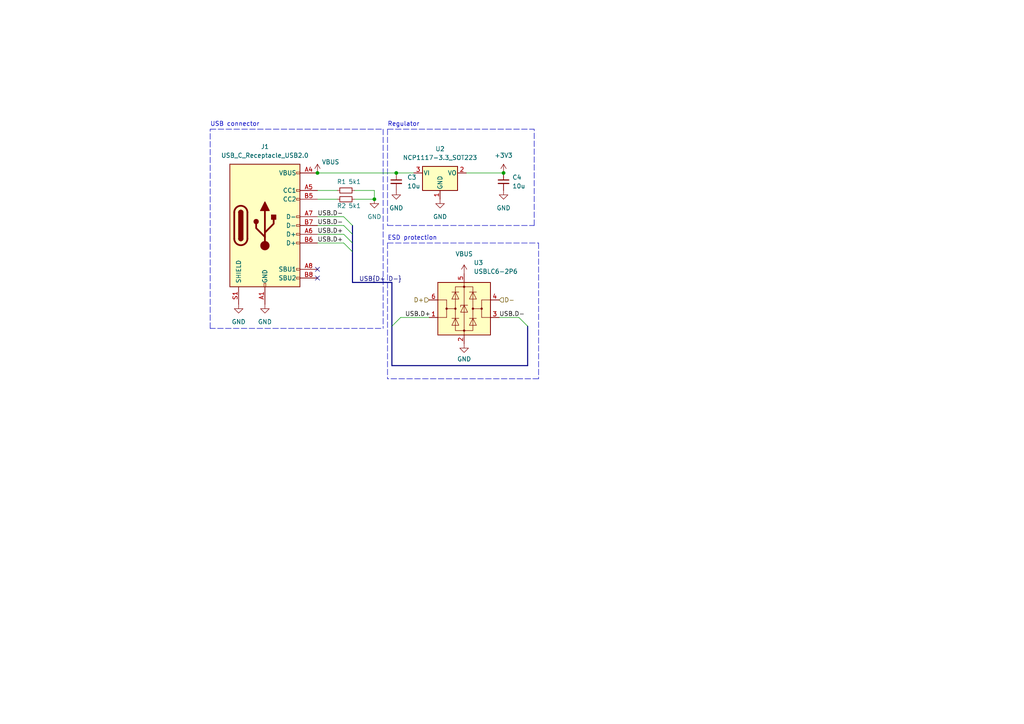
<source format=kicad_sch>
(kicad_sch (version 20211123) (generator eeschema)
  (paper "A4")
  (lib_symbols
    (symbol "Connector:USB_C_Receptacle_USB2.0" (pin_names (offset 1.016))
      (property "Reference" "J" (at -10.16 19.05 0))
      (property "Value" "USB_C_Receptacle_USB2.0" (at 19.05 19.05 0))
      (symbol "USB_C_Receptacle_USB2.0_0_0"
        (rectangle (start -0.254 -17.78) (end 0.254 -16.764))
        (rectangle (start 10.16 -14.986) (end 9.144 -15.494))
        (rectangle (start 10.16 -12.446) (end 9.144 -12.954))
        (rectangle (start 10.16 -4.826) (end 9.144 -5.334))
        (rectangle (start 10.16 -2.286) (end 9.144 -2.794))
        (rectangle (start 10.16 0.254) (end 9.144 -0.254))
        (rectangle (start 10.16 2.794) (end 9.144 2.286))
        (rectangle (start 10.16 7.874) (end 9.144 7.366))
        (rectangle (start 10.16 10.414) (end 9.144 9.906))
        (rectangle (start 10.16 15.494) (end 9.144 14.986))
      )
      (symbol "USB_C_Receptacle_USB2.0_0_1"
        (rectangle (start -10.16 17.78) (end 10.16 -17.78) (stroke (width 0.254)) (fill (type background)))
        (arc (start -8.89 -3.81) (mid -6.985 -5.715) (end -5.08 -3.81) (stroke (width 0.508)))
        (arc (start -7.62 -3.81) (mid -6.985 -4.445) (end -6.35 -3.81) (stroke (width 0.254)))
        (arc (start -7.62 -3.81) (mid -6.985 -4.445) (end -6.35 -3.81) (stroke (width 0.254)) (fill (type outline)))
        (rectangle (start -7.62 -3.81) (end -6.35 3.81) (stroke (width 0.254)) (fill (type outline)))
        (arc (start -6.35 3.81) (mid -6.985 4.445) (end -7.62 3.81) (stroke (width 0.254)))
        (arc (start -6.35 3.81) (mid -6.985 4.445) (end -7.62 3.81) (stroke (width 0.254)) (fill (type outline)))
        (arc (start -5.08 3.81) (mid -6.985 5.715) (end -8.89 3.81) (stroke (width 0.508)))
        (circle (center -2.54 1.143) (radius 0.635) (stroke (width 0.254)) (fill (type outline)))
        (circle (center 0 -5.842) (radius 1.27) (fill (type outline)))
        (polyline (pts (xy -8.89 -3.81) (xy -8.89 3.81)) (stroke (width 0.508)))
        (polyline (pts (xy -5.08 3.81) (xy -5.08 -3.81)) (stroke (width 0.508)))
        (polyline (pts (xy 0 -5.842) (xy 0 4.318)) (stroke (width 0.508)))
        (polyline (pts (xy 0 -3.302) (xy -2.54 -0.762) (xy -2.54 0.508)) (stroke (width 0.508)))
        (polyline (pts (xy 0 -2.032) (xy 2.54 0.508) (xy 2.54 1.778)) (stroke (width 0.508)))
        (polyline (pts (xy -1.27 4.318) (xy 0 6.858) (xy 1.27 4.318) (xy -1.27 4.318)) (stroke (width 0.254)) (fill (type outline)))
        (rectangle (start 1.905 1.778) (end 3.175 3.048) (stroke (width 0.254)) (fill (type outline)))
      )
      (symbol "USB_C_Receptacle_USB2.0_1_1"
        (pin passive line (at 0 -22.86 90) (length 5.08) (name "GND") (number "A1"))
        (pin passive line (at 0 -22.86 90) (length 5.08) hide (name "GND") (number "A12"))
        (pin passive line (at 15.24 15.24 180) (length 5.08) (name "VBUS") (number "A4"))
        (pin bidirectional line (at 15.24 10.16 180) (length 5.08) (name "CC1") (number "A5"))
        (pin bidirectional line (at 15.24 -2.54 180) (length 5.08) (name "D+") (number "A6"))
        (pin bidirectional line (at 15.24 2.54 180) (length 5.08) (name "D-") (number "A7"))
        (pin bidirectional line (at 15.24 -12.7 180) (length 5.08) (name "SBU1") (number "A8"))
        (pin passive line (at 15.24 15.24 180) (length 5.08) hide (name "VBUS") (number "A9"))
        (pin passive line (at 0 -22.86 90) (length 5.08) hide (name "GND") (number "B1"))
        (pin passive line (at 0 -22.86 90) (length 5.08) hide (name "GND") (number "B12"))
        (pin passive line (at 15.24 15.24 180) (length 5.08) hide (name "VBUS") (number "B4"))
        (pin bidirectional line (at 15.24 7.62 180) (length 5.08) (name "CC2") (number "B5"))
        (pin bidirectional line (at 15.24 -5.08 180) (length 5.08) (name "D+") (number "B6"))
        (pin bidirectional line (at 15.24 0 180) (length 5.08) (name "D-") (number "B7"))
        (pin bidirectional line (at 15.24 -15.24 180) (length 5.08) (name "SBU2") (number "B8"))
        (pin passive line (at 15.24 15.24 180) (length 5.08) hide (name "VBUS") (number "B9"))
        (pin passive line (at -7.62 -22.86 90) (length 5.08) (name "SHIELD") (number "S1"))
      )
    )
    (symbol "Device:C_Small" (pin_numbers hide) (pin_names (offset 0.254) hide)
      (property "Reference" "C" (at 0.254 1.778 0))
      (property "Value" "C_Small" (at 0.254 -2.032 0))
      (symbol "C_Small_0_1"
        (polyline (pts (xy -1.524 -0.508) (xy 1.524 -0.508)) (stroke (width 0.3302)))
        (polyline (pts (xy -1.524 0.508) (xy 1.524 0.508)) (stroke (width 0.3048)))
      )
      (symbol "C_Small_1_1"
        (pin passive line (at 0 2.54 270) (length 2.032) (name "~") (number "1"))
        (pin passive line (at 0 -2.54 90) (length 2.032) (name "~") (number "2"))
      )
    )
    (symbol "Device:R_Small" (pin_numbers hide) (pin_names (offset 0.254) hide)
      (property "Reference" "R" (at 0.762 0.508 0))
      (property "Value" "R_Small" (at 0.762 -1.016 0))
      (symbol "R_Small_0_1"
        (rectangle (start -0.762 1.778) (end 0.762 -1.778) (stroke (width 0.2032)))
      )
      (symbol "R_Small_1_1"
        (pin passive line (at 0 2.54 270) (length 0.762) (name "~") (number "1"))
        (pin passive line (at 0 -2.54 90) (length 0.762) (name "~") (number "2"))
      )
    )
    (symbol "Power_Protection:USBLC6-2P6" (pin_names hide)
      (property "Reference" "U" (at 2.54 8.89 0))
      (property "Value" "USBLC6-2P6" (at 2.54 -8.89 0))
      (symbol "USBLC6-2P6_0_1"
        (rectangle (start -7.62 -7.62) (end 7.62 7.62) (stroke (width 0.254)) (fill (type background)))
        (circle (center -5.08 0) (radius 0.254) (fill (type outline)))
        (circle (center -2.54 0) (radius 0.254) (fill (type outline)))
        (rectangle (start -2.54 6.35) (end 2.54 -6.35))
        (circle (center 0 -6.35) (radius 0.254) (fill (type outline)))
        (polyline (pts (xy -5.08 -2.54) (xy -7.62 -2.54)))
        (polyline (pts (xy -5.08 0) (xy -5.08 -2.54)))
        (polyline (pts (xy -5.08 2.54) (xy -7.62 2.54)))
        (polyline (pts (xy -1.524 -2.794) (xy -3.556 -2.794)))
        (polyline (pts (xy -1.524 4.826) (xy -3.556 4.826)))
        (polyline (pts (xy 0 -7.62) (xy 0 -6.35)))
        (polyline (pts (xy 0 -6.35) (xy 0 1.27)))
        (polyline (pts (xy 0 1.27) (xy 0 6.35)))
        (polyline (pts (xy 0 6.35) (xy 0 7.62)))
        (polyline (pts (xy 1.524 -2.794) (xy 3.556 -2.794)))
        (polyline (pts (xy 1.524 4.826) (xy 3.556 4.826)))
        (polyline (pts (xy 5.08 -2.54) (xy 7.62 -2.54)))
        (polyline (pts (xy 5.08 0) (xy 5.08 -2.54)))
        (polyline (pts (xy 5.08 2.54) (xy 7.62 2.54)))
        (polyline (pts (xy -2.54 0) (xy -5.08 0) (xy -5.08 2.54)))
        (polyline (pts (xy 2.54 0) (xy 5.08 0) (xy 5.08 2.54)))
        (polyline (pts (xy -3.556 -4.826) (xy -1.524 -4.826) (xy -2.54 -2.794) (xy -3.556 -4.826)))
        (polyline (pts (xy -3.556 2.794) (xy -1.524 2.794) (xy -2.54 4.826) (xy -3.556 2.794)))
        (polyline (pts (xy -1.016 -1.016) (xy 1.016 -1.016) (xy 0 1.016) (xy -1.016 -1.016)))
        (polyline (pts (xy 1.016 1.016) (xy 0.762 1.016) (xy -1.016 1.016) (xy -1.016 0.508)))
        (polyline (pts (xy 3.556 -4.826) (xy 1.524 -4.826) (xy 2.54 -2.794) (xy 3.556 -4.826)))
        (polyline (pts (xy 3.556 2.794) (xy 1.524 2.794) (xy 2.54 4.826) (xy 3.556 2.794)))
        (circle (center 0 6.35) (radius 0.254) (fill (type outline)))
        (circle (center 2.54 0) (radius 0.254) (fill (type outline)))
        (circle (center 5.08 0) (radius 0.254) (fill (type outline)))
      )
      (symbol "USBLC6-2P6_1_1"
        (pin passive line (at -10.16 -2.54 0) (length 2.54) (name "I/O1") (number "1"))
        (pin passive line (at 0 -10.16 90) (length 2.54) (name "GND") (number "2"))
        (pin passive line (at 10.16 -2.54 180) (length 2.54) (name "I/O2") (number "3"))
        (pin passive line (at 10.16 2.54 180) (length 2.54) (name "I/O2") (number "4"))
        (pin passive line (at 0 10.16 270) (length 2.54) (name "VBUS") (number "5"))
        (pin passive line (at -10.16 2.54 0) (length 2.54) (name "I/O1") (number "6"))
      )
    )
    (symbol "Regulator_Linear:NCP1117-3.3_SOT223" (pin_names (offset 0.254))
      (property "Reference" "U" (at -3.81 3.175 0))
      (property "Value" "NCP1117-3.3_SOT223" (at 0 3.175 0))
      (symbol "NCP1117-3.3_SOT223_0_1"
        (rectangle (start -5.08 -5.08) (end 5.08 1.905) (stroke (width 0.254)) (fill (type background)))
      )
      (symbol "NCP1117-3.3_SOT223_1_1"
        (pin power_in line (at 0 -7.62 90) (length 2.54) (name "GND") (number "1"))
        (pin power_out line (at 7.62 0 180) (length 2.54) (name "VO") (number "2"))
        (pin power_in line (at -7.62 0 0) (length 2.54) (name "VI") (number "3"))
      )
    )
    (symbol "power:+3V3" (power) (pin_names (offset 0))
      (property "Value" "+3V3" (at 0 3.556 0))
      (symbol "+3V3_0_1"
        (polyline (pts (xy -0.762 1.27) (xy 0 2.54)))
        (polyline (pts (xy 0 0) (xy 0 2.54)))
        (polyline (pts (xy 0 2.54) (xy 0.762 1.27)))
      )
      (symbol "+3V3_1_1"
        (pin power_in line (at 0 0 90) (length 0) hide (name "+3V3") (number "1"))
      )
    )
    (symbol "power:GND" (power) (pin_names (offset 0))
      (property "Value" "GND" (at 0 -3.81 0))
      (symbol "GND_0_1"
        (polyline (pts (xy 0 0) (xy 0 -1.27) (xy 1.27 -1.27) (xy 0 -2.54) (xy -1.27 -1.27) (xy 0 -1.27)))
      )
      (symbol "GND_1_1"
        (pin power_in line (at 0 0 270) (length 0) hide (name "GND") (number "1"))
      )
    )
    (symbol "power:VBUS" (power) (pin_names (offset 0))
      (property "Value" "VBUS" (at 0 3.81 0))
      (symbol "VBUS_0_1"
        (polyline (pts (xy -0.762 1.27) (xy 0 2.54)))
        (polyline (pts (xy 0 0) (xy 0 2.54)))
        (polyline (pts (xy 0 2.54) (xy 0.762 1.27)))
      )
      (symbol "VBUS_1_1"
        (pin power_in line (at 0 0 90) (length 0) hide (name "VBUS") (number "1"))
      )
    )
  )
  (junction (at 108.585 57.785))
  (junction (at 92.075 50.165))
  (junction (at 114.935 50.165))
  (junction (at 146.05 50.165))
  (no_connect (at 92.075 78.105))
  (no_connect (at 92.075 80.645))
  (bus_entry (at 102.235 67.945) (size -2.54 -2.54))
  (bus_entry (at 113.665 94.615) (size 2.54 -2.54))
  (bus_entry (at 102.235 65.405) (size -2.54 -2.54))
  (bus_entry (at 102.235 73.025) (size -2.54 -2.54))
  (bus_entry (at 102.235 70.485) (size -2.54 -2.54))
  (bus_entry (at 153.035 94.615) (size -2.54 -2.54))
  (bus (pts (xy 153.035 106.045) (xy 113.665 106.045)))
  (wire (pts (xy 102.87 55.245) (xy 108.585 55.245)))
  (wire (pts (xy 92.075 70.485) (xy 99.695 70.485)))
  (wire (pts (xy 114.935 50.165) (xy 120.015 50.165)))
  (wire (pts (xy 108.585 57.785) (xy 102.87 57.785)))
  (polyline (pts (xy 156.21 109.855) (xy 112.395 109.855)))
  (polyline (pts (xy 60.96 37.465) (xy 111.125 37.465)))
  (polyline (pts (xy 156.21 70.485) (xy 156.21 109.855)))
  (wire (pts (xy 135.255 50.165) (xy 146.05 50.165)))
  (polyline (pts (xy 112.395 65.405) (xy 154.94 65.405)))
  (bus (pts (xy 113.665 94.615) (xy 113.665 106.045)))
  (polyline (pts (xy 112.395 70.485) (xy 112.395 109.855)))
  (bus (pts (xy 102.235 67.945) (xy 102.235 70.485)))
  (wire (pts (xy 92.075 67.945) (xy 99.695 67.945)))
  (wire (pts (xy 116.205 92.075) (xy 124.46 92.075)))
  (polyline (pts (xy 110.49 95.25) (xy 60.96 95.25)))
  (bus (pts (xy 102.235 73.025) (xy 102.235 81.915)))
  (wire (pts (xy 92.075 57.785) (xy 97.79 57.785)))
  (polyline (pts (xy 60.96 95.25) (xy 60.96 37.465)))
  (bus (pts (xy 113.665 81.915) (xy 113.665 94.615)))
  (polyline (pts (xy 111.125 37.465) (xy 111.125 95.25)))
  (wire (pts (xy 150.495 92.075) (xy 144.78 92.075)))
  (wire (pts (xy 92.075 65.405) (xy 99.695 65.405)))
  (bus (pts (xy 153.035 94.615) (xy 153.035 106.045)))
  (bus (pts (xy 113.665 81.915) (xy 102.235 81.915)))
  (polyline (pts (xy 112.395 37.465) (xy 154.94 37.465)))
  (wire (pts (xy 108.585 55.245) (xy 108.585 57.785)))
  (polyline (pts (xy 154.94 65.405) (xy 154.94 37.465)))
  (polyline (pts (xy 112.395 70.485) (xy 156.21 70.485)))
  (wire (pts (xy 92.075 50.165) (xy 114.935 50.165)))
  (polyline (pts (xy 112.395 37.465) (xy 112.395 65.405)))
  (bus (pts (xy 102.235 65.405) (xy 102.235 67.945)))
  (wire (pts (xy 92.075 62.865) (xy 99.695 62.865)))
  (bus (pts (xy 102.235 70.485) (xy 102.235 73.025)))
  (wire (pts (xy 92.075 55.245) (xy 97.79 55.245)))
  (text "USB connector" (at 60.96 36.83 0) (effects (font (size 1.27 1.27)) (justify left bottom)))
  (text "Regulator" (at 112.395 36.83 0) (effects (font (size 1.27 1.27)) (justify left bottom)))
  (text "ESD protection" (at 112.395 69.85 0) (effects (font (size 1.27 1.27)) (justify left bottom)))
  (label "USB{D+ D-}" (at 104.14 81.915 0))
  (label "USB.D-" (at 92.075 62.865 0))
  (label "USB.D-" (at 92.075 65.405 0))
  (label "USB.D+" (at 92.075 70.485 0))
  (label "USB.D+" (at 117.475 92.075 0))
  (label "USB.D-" (at 144.78 92.075 0))
  (label "USB.D+" (at 92.075 67.945 0))
  (hierarchical_label "D-" (shape input) (at 144.78 86.995 0))
  (hierarchical_label "D+" (shape input) (at 124.46 86.995 180))
  (symbol (lib_id "power:GND") (at 108.585 57.785 0) (unit 1)
    (property "Reference" "#PWR0104" (effects hide))
    (property "Value" "GND" (at 108.585 62.865 0))
  )
  (symbol (lib_id "Power_Protection:USBLC6-2P6") (at 134.62 89.535 0) (unit 1)
    (property "Reference" "U3" (at 137.3887 76.2 0) (effects (justify left)))
    (property "Value" "USBLC6-2P6" (at 137.3887 78.74 0) (effects (justify left)))
    (property "Footprint" "Package_TO_SOT_SMD:SOT-666" (effects hide))
    (property "Datasheet" "https://www.st.com/resource/en/datasheet/usblc6-2.pdf" (effects hide))
  )
  (symbol (lib_id "power:GND") (at 134.62 99.695 0) (unit 1)
    (property "Reference" "#PWR018" (effects hide))
    (property "Value" "GND" (at 134.62 104.14 0))
  )
  (symbol (lib_id "Device:R_Small") (at 100.33 55.245 90) (unit 1)
    (property "Reference" "R1" (at 99.06 52.705 90))
    (property "Value" "5k1" (at 102.87 52.705 90))
  )
  (symbol (lib_id "power:GND") (at 76.835 88.265 0) (unit 1)
    (property "Reference" "#PWR0101" (effects hide))
    (property "Value" "GND" (at 76.835 93.345 0))
  )
  (symbol (lib_id "power:GND") (at 69.215 88.265 0) (unit 1)
    (property "Reference" "#PWR0102" (effects hide))
    (property "Value" "GND" (at 69.215 93.345 0))
  )
  (symbol (lib_id "power:GND") (at 114.935 55.245 0) (unit 1)
    (property "Reference" "#PWR0109" (effects hide))
    (property "Value" "GND" (at 114.935 60.325 0))
  )
  (symbol (lib_id "power:VBUS") (at 92.075 50.165 0) (unit 1)
    (property "Reference" "#PWR0103" (effects hide))
    (property "Value" "VBUS" (at 95.885 46.99 0))
  )
  (symbol (lib_id "power:VBUS") (at 134.62 79.375 0) (unit 1)
    (property "Reference" "#PWR017" (effects hide))
    (property "Value" "VBUS" (at 134.62 73.66 0))
  )
  (symbol (lib_id "power:+3V3") (at 146.05 50.165 0) (unit 1)
    (property "Reference" "#PWR015" (effects hide))
    (property "Value" "+3V3" (at 146.05 45.085 0))
  )
  (symbol (lib_id "Device:R_Small") (at 100.33 57.785 270) (unit 1)
    (property "Reference" "R2" (at 99.06 59.69 90))
    (property "Value" "5k1" (at 102.87 59.69 90))
  )
  (symbol (lib_id "Device:C_Small") (at 114.935 52.705 0) (unit 1)
    (property "Reference" "C3" (at 118.11 51.4412 0) (effects (justify left)))
    (property "Value" "10u" (at 118.11 53.9812 0) (effects (justify left)))
  )
  (symbol (lib_id "Regulator_Linear:NCP1117-3.3_SOT223") (at 127.635 50.165 0) (unit 1)
    (property "Reference" "U2" (at 127.635 43.18 0))
    (property "Value" "NCP1117-3.3_SOT223" (at 127.635 45.72 0))
    (property "Footprint" "Package_TO_SOT_SMD:SOT-223-3_TabPin2" (effects hide))
    (property "Datasheet" "http://www.onsemi.com/pub_link/Collateral/NCP1117-D.PDF" (effects hide))
  )
  (symbol (lib_id "Connector:USB_C_Receptacle_USB2.0") (at 76.835 65.405 0) (unit 1)
    (property "Reference" "J1" (at 76.835 42.545 0))
    (property "Value" "USB_C_Receptacle_USB2.0" (at 76.835 45.085 0))
    (property "Datasheet" "https://www.usb.org/sites/default/files/documents/usb_type-c.zip" (effects hide))
  )
  (symbol (lib_id "Device:C_Small") (at 146.05 52.705 0) (unit 1)
    (property "Reference" "C4" (at 148.59 51.4412 0) (effects (justify left)))
    (property "Value" "10u" (at 148.59 53.9812 0) (effects (justify left)))
  )
  (symbol (lib_id "power:GND") (at 127.635 57.785 0) (unit 1)
    (property "Reference" "#PWR0110" (effects hide))
    (property "Value" "GND" (at 127.635 62.865 0))
  )
  (symbol (lib_id "power:GND") (at 146.05 55.245 0) (unit 1)
    (property "Reference" "#PWR016" (effects hide))
    (property "Value" "GND" (at 146.05 60.325 0))
  )
)
</source>
